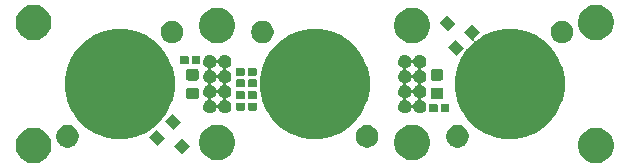
<source format=gbr>
G04 #@! TF.GenerationSoftware,KiCad,Pcbnew,(5.1.4)-1*
G04 #@! TF.CreationDate,2020-08-09T23:36:34-07:00*
G04 #@! TF.ProjectId,SkateLightLEDBoard,536b6174-654c-4696-9768-744c4544426f,rev?*
G04 #@! TF.SameCoordinates,Original*
G04 #@! TF.FileFunction,Soldermask,Top*
G04 #@! TF.FilePolarity,Negative*
%FSLAX46Y46*%
G04 Gerber Fmt 4.6, Leading zero omitted, Abs format (unit mm)*
G04 Created by KiCad (PCBNEW (5.1.4)-1) date 2020-08-09 23:36:34*
%MOMM*%
%LPD*%
G04 APERTURE LIST*
%ADD10C,0.100000*%
G04 APERTURE END LIST*
D10*
G36*
X24107379Y-3724543D02*
G01*
X24253388Y-3753586D01*
X24528464Y-3867526D01*
X24776025Y-4032941D01*
X24986559Y-4243475D01*
X25151974Y-4491036D01*
X25265914Y-4766112D01*
X25265914Y-4766113D01*
X25318251Y-5029225D01*
X25324000Y-5058130D01*
X25324000Y-5355870D01*
X25265914Y-5647888D01*
X25151974Y-5922964D01*
X24986559Y-6170525D01*
X24776025Y-6381059D01*
X24528464Y-6546474D01*
X24253388Y-6660414D01*
X24107379Y-6689457D01*
X23961371Y-6718500D01*
X23663629Y-6718500D01*
X23517621Y-6689457D01*
X23371612Y-6660414D01*
X23096536Y-6546474D01*
X22848975Y-6381059D01*
X22638441Y-6170525D01*
X22473026Y-5922964D01*
X22359086Y-5647888D01*
X22301000Y-5355870D01*
X22301000Y-5058130D01*
X22306750Y-5029225D01*
X22359086Y-4766113D01*
X22359086Y-4766112D01*
X22473026Y-4491036D01*
X22638441Y-4243475D01*
X22848975Y-4032941D01*
X23096536Y-3867526D01*
X23371612Y-3753586D01*
X23517621Y-3724543D01*
X23663629Y-3695500D01*
X23961371Y-3695500D01*
X24107379Y-3724543D01*
X24107379Y-3724543D01*
G37*
G36*
X-23517621Y-3724543D02*
G01*
X-23371612Y-3753586D01*
X-23096536Y-3867526D01*
X-22848975Y-4032941D01*
X-22638441Y-4243475D01*
X-22473026Y-4491036D01*
X-22359086Y-4766112D01*
X-22359086Y-4766113D01*
X-22306749Y-5029225D01*
X-22301000Y-5058130D01*
X-22301000Y-5355870D01*
X-22359086Y-5647888D01*
X-22473026Y-5922964D01*
X-22638441Y-6170525D01*
X-22848975Y-6381059D01*
X-23096536Y-6546474D01*
X-23371612Y-6660414D01*
X-23517621Y-6689457D01*
X-23663629Y-6718500D01*
X-23961371Y-6718500D01*
X-24107379Y-6689457D01*
X-24253388Y-6660414D01*
X-24528464Y-6546474D01*
X-24776025Y-6381059D01*
X-24986559Y-6170525D01*
X-25151974Y-5922964D01*
X-25265914Y-5647888D01*
X-25324000Y-5355870D01*
X-25324000Y-5058130D01*
X-25318250Y-5029225D01*
X-25265914Y-4766113D01*
X-25265914Y-4766112D01*
X-25151974Y-4491036D01*
X-24986559Y-4243475D01*
X-24776025Y-4032941D01*
X-24528464Y-3867526D01*
X-24253388Y-3753586D01*
X-24107379Y-3724543D01*
X-23961371Y-3695500D01*
X-23663629Y-3695500D01*
X-23517621Y-3724543D01*
X-23517621Y-3724543D01*
G37*
G36*
X8549879Y-3470543D02*
G01*
X8695888Y-3499586D01*
X8970964Y-3613526D01*
X9218525Y-3778941D01*
X9429059Y-3989475D01*
X9594474Y-4237036D01*
X9708414Y-4512112D01*
X9766500Y-4804130D01*
X9766500Y-5101870D01*
X9708414Y-5393888D01*
X9594474Y-5668964D01*
X9429059Y-5916525D01*
X9218525Y-6127059D01*
X8970964Y-6292474D01*
X8695888Y-6406414D01*
X8549879Y-6435457D01*
X8403871Y-6464500D01*
X8106129Y-6464500D01*
X7960121Y-6435457D01*
X7814112Y-6406414D01*
X7539036Y-6292474D01*
X7291475Y-6127059D01*
X7080941Y-5916525D01*
X6915526Y-5668964D01*
X6801586Y-5393888D01*
X6743500Y-5101870D01*
X6743500Y-4804130D01*
X6801586Y-4512112D01*
X6915526Y-4237036D01*
X7080941Y-3989475D01*
X7291475Y-3778941D01*
X7539036Y-3613526D01*
X7814112Y-3499586D01*
X7960121Y-3470543D01*
X8106129Y-3441500D01*
X8403871Y-3441500D01*
X8549879Y-3470543D01*
X8549879Y-3470543D01*
G37*
G36*
X-7960121Y-3470543D02*
G01*
X-7814112Y-3499586D01*
X-7539036Y-3613526D01*
X-7291475Y-3778941D01*
X-7080941Y-3989475D01*
X-6915526Y-4237036D01*
X-6801586Y-4512112D01*
X-6743500Y-4804130D01*
X-6743500Y-5101870D01*
X-6801586Y-5393888D01*
X-6915526Y-5668964D01*
X-7080941Y-5916525D01*
X-7291475Y-6127059D01*
X-7539036Y-6292474D01*
X-7814112Y-6406414D01*
X-7960121Y-6435457D01*
X-8106129Y-6464500D01*
X-8403871Y-6464500D01*
X-8549879Y-6435457D01*
X-8695888Y-6406414D01*
X-8970964Y-6292474D01*
X-9218525Y-6127059D01*
X-9429059Y-5916525D01*
X-9594474Y-5668964D01*
X-9708414Y-5393888D01*
X-9766500Y-5101870D01*
X-9766500Y-4804130D01*
X-9708414Y-4512112D01*
X-9594474Y-4237036D01*
X-9429059Y-3989475D01*
X-9218525Y-3778941D01*
X-8970964Y-3613526D01*
X-8695888Y-3499586D01*
X-8549879Y-3470543D01*
X-8403871Y-3441500D01*
X-8106129Y-3441500D01*
X-7960121Y-3470543D01*
X-7960121Y-3470543D01*
G37*
G36*
X-10557727Y-5314462D02*
G01*
X-11195538Y-5952273D01*
X-11904059Y-5243752D01*
X-11266248Y-4605941D01*
X-10557727Y-5314462D01*
X-10557727Y-5314462D01*
G37*
G36*
X-20655605Y-3508546D02*
G01*
X-20482534Y-3580234D01*
X-20482533Y-3580235D01*
X-20326773Y-3684310D01*
X-20194310Y-3816773D01*
X-20194309Y-3816775D01*
X-20090234Y-3972534D01*
X-20018546Y-4145605D01*
X-19982000Y-4329333D01*
X-19982000Y-4516667D01*
X-20018546Y-4700395D01*
X-20090234Y-4873466D01*
X-20090235Y-4873467D01*
X-20194310Y-5029227D01*
X-20326773Y-5161690D01*
X-20398790Y-5209810D01*
X-20482534Y-5265766D01*
X-20655605Y-5337454D01*
X-20839333Y-5374000D01*
X-21026667Y-5374000D01*
X-21210395Y-5337454D01*
X-21383466Y-5265766D01*
X-21467210Y-5209810D01*
X-21539227Y-5161690D01*
X-21671690Y-5029227D01*
X-21775765Y-4873467D01*
X-21775766Y-4873466D01*
X-21847454Y-4700395D01*
X-21884000Y-4516667D01*
X-21884000Y-4329333D01*
X-21847454Y-4145605D01*
X-21775766Y-3972534D01*
X-21671691Y-3816775D01*
X-21671690Y-3816773D01*
X-21539227Y-3684310D01*
X-21383467Y-3580235D01*
X-21383466Y-3580234D01*
X-21210395Y-3508546D01*
X-21026667Y-3472000D01*
X-20839333Y-3472000D01*
X-20655605Y-3508546D01*
X-20655605Y-3508546D01*
G37*
G36*
X4700395Y-3508546D02*
G01*
X4873466Y-3580234D01*
X4873467Y-3580235D01*
X5029227Y-3684310D01*
X5161690Y-3816773D01*
X5161691Y-3816775D01*
X5265766Y-3972534D01*
X5337454Y-4145605D01*
X5374000Y-4329333D01*
X5374000Y-4516667D01*
X5337454Y-4700395D01*
X5265766Y-4873466D01*
X5265765Y-4873467D01*
X5161690Y-5029227D01*
X5029227Y-5161690D01*
X4957210Y-5209810D01*
X4873466Y-5265766D01*
X4700395Y-5337454D01*
X4516667Y-5374000D01*
X4329333Y-5374000D01*
X4145605Y-5337454D01*
X3972534Y-5265766D01*
X3888790Y-5209810D01*
X3816773Y-5161690D01*
X3684310Y-5029227D01*
X3580235Y-4873467D01*
X3580234Y-4873466D01*
X3508546Y-4700395D01*
X3472000Y-4516667D01*
X3472000Y-4329333D01*
X3508546Y-4145605D01*
X3580234Y-3972534D01*
X3684309Y-3816775D01*
X3684310Y-3816773D01*
X3816773Y-3684310D01*
X3972533Y-3580235D01*
X3972534Y-3580234D01*
X4145605Y-3508546D01*
X4329333Y-3472000D01*
X4516667Y-3472000D01*
X4700395Y-3508546D01*
X4700395Y-3508546D01*
G37*
G36*
X12364395Y-3508546D02*
G01*
X12537466Y-3580234D01*
X12537467Y-3580235D01*
X12693227Y-3684310D01*
X12825690Y-3816773D01*
X12825691Y-3816775D01*
X12929766Y-3972534D01*
X13001454Y-4145605D01*
X13038000Y-4329333D01*
X13038000Y-4516667D01*
X13001454Y-4700395D01*
X12929766Y-4873466D01*
X12929765Y-4873467D01*
X12825690Y-5029227D01*
X12693227Y-5161690D01*
X12621210Y-5209810D01*
X12537466Y-5265766D01*
X12364395Y-5337454D01*
X12180667Y-5374000D01*
X11993333Y-5374000D01*
X11809605Y-5337454D01*
X11636534Y-5265766D01*
X11552790Y-5209810D01*
X11480773Y-5161690D01*
X11348310Y-5029227D01*
X11244235Y-4873467D01*
X11244234Y-4873466D01*
X11172546Y-4700395D01*
X11136000Y-4516667D01*
X11136000Y-4329333D01*
X11172546Y-4145605D01*
X11244234Y-3972534D01*
X11348309Y-3816775D01*
X11348310Y-3816773D01*
X11480773Y-3684310D01*
X11636533Y-3580235D01*
X11636534Y-3580234D01*
X11809605Y-3508546D01*
X11993333Y-3472000D01*
X12180667Y-3472000D01*
X12364395Y-3508546D01*
X12364395Y-3508546D01*
G37*
G36*
X-12643692Y-4572000D02*
G01*
X-13281503Y-5209811D01*
X-13990024Y-4501290D01*
X-13352213Y-3863479D01*
X-12643692Y-4572000D01*
X-12643692Y-4572000D01*
G37*
G36*
X-15153354Y4472265D02*
G01*
X-14916822Y4374290D01*
X-14306925Y4121663D01*
X-13729760Y3736013D01*
X-13545161Y3612668D01*
X-12897332Y2964839D01*
X-12844525Y2885808D01*
X-12388337Y2203075D01*
X-12208039Y1767796D01*
X-12037735Y1356646D01*
X-11859000Y458085D01*
X-11859000Y-458085D01*
X-12037735Y-1356646D01*
X-12123599Y-1563940D01*
X-12388337Y-2203075D01*
X-12600084Y-2519976D01*
X-12897332Y-2964839D01*
X-13545161Y-3612668D01*
X-13652381Y-3684310D01*
X-14306925Y-4121663D01*
X-14802751Y-4327041D01*
X-15153354Y-4472265D01*
X-16051915Y-4651000D01*
X-16968085Y-4651000D01*
X-17866646Y-4472265D01*
X-18217249Y-4327041D01*
X-18713075Y-4121663D01*
X-19367619Y-3684310D01*
X-19474839Y-3612668D01*
X-20122668Y-2964839D01*
X-20419916Y-2519976D01*
X-20631663Y-2203075D01*
X-20896401Y-1563940D01*
X-20982265Y-1356646D01*
X-21161000Y-458085D01*
X-21161000Y458085D01*
X-20982265Y1356646D01*
X-20811961Y1767796D01*
X-20631663Y2203075D01*
X-20175475Y2885808D01*
X-20122668Y2964839D01*
X-19474839Y3612668D01*
X-19290240Y3736013D01*
X-18713075Y4121663D01*
X-18103178Y4374290D01*
X-17866646Y4472265D01*
X-16968085Y4651000D01*
X-16051915Y4651000D01*
X-15153354Y4472265D01*
X-15153354Y4472265D01*
G37*
G36*
X13990024Y4374290D02*
G01*
X13487964Y3872230D01*
X13472424Y3853294D01*
X13460873Y3831683D01*
X13453760Y3808234D01*
X13451358Y3783848D01*
X13453760Y3759462D01*
X13460873Y3736013D01*
X13472424Y3714402D01*
X13487969Y3695460D01*
X13506911Y3679915D01*
X13528522Y3668364D01*
X13551971Y3661251D01*
X13576357Y3658849D01*
X13600743Y3661251D01*
X13624192Y3668364D01*
X13645803Y3679915D01*
X13872940Y3831683D01*
X14306925Y4121663D01*
X14916822Y4374290D01*
X15153354Y4472265D01*
X16051915Y4651000D01*
X16968085Y4651000D01*
X17866646Y4472265D01*
X18103178Y4374290D01*
X18713075Y4121663D01*
X19290240Y3736013D01*
X19474839Y3612668D01*
X20122668Y2964839D01*
X20175475Y2885808D01*
X20631663Y2203075D01*
X20811961Y1767796D01*
X20982265Y1356646D01*
X21161000Y458085D01*
X21161000Y-458085D01*
X20982265Y-1356646D01*
X20896401Y-1563940D01*
X20631663Y-2203075D01*
X20419916Y-2519976D01*
X20122668Y-2964839D01*
X19474839Y-3612668D01*
X19367619Y-3684310D01*
X18713075Y-4121663D01*
X18217249Y-4327041D01*
X17866646Y-4472265D01*
X16968085Y-4651000D01*
X16051915Y-4651000D01*
X15153354Y-4472265D01*
X14802751Y-4327041D01*
X14306925Y-4121663D01*
X13652381Y-3684310D01*
X13545161Y-3612668D01*
X12897332Y-2964839D01*
X12600084Y-2519976D01*
X12388337Y-2203075D01*
X12123599Y-1563940D01*
X12037735Y-1356646D01*
X11859000Y-458085D01*
X11859000Y458085D01*
X12037735Y1356646D01*
X12208039Y1767796D01*
X12388337Y2203075D01*
X12830085Y2864197D01*
X12841636Y2885808D01*
X12848749Y2909257D01*
X12851108Y2933205D01*
X12852735Y2933699D01*
X12874346Y2945250D01*
X12893288Y2960795D01*
X13422205Y3489712D01*
X13437750Y3508654D01*
X13449301Y3530265D01*
X13456414Y3553714D01*
X13458816Y3578100D01*
X13456414Y3602486D01*
X13449301Y3625935D01*
X13437750Y3647546D01*
X13422205Y3666488D01*
X13352214Y3736480D01*
X13352213Y3736479D01*
X12643692Y4445000D01*
X13281503Y5082811D01*
X13990024Y4374290D01*
X13990024Y4374290D01*
G37*
G36*
X1356646Y4472265D02*
G01*
X1593178Y4374290D01*
X2203075Y4121663D01*
X2780240Y3736013D01*
X2964839Y3612668D01*
X3612668Y2964839D01*
X3665475Y2885808D01*
X4121663Y2203075D01*
X4301961Y1767796D01*
X4472265Y1356646D01*
X4651000Y458085D01*
X4651000Y-458085D01*
X4472265Y-1356646D01*
X4386401Y-1563940D01*
X4121663Y-2203075D01*
X3909916Y-2519976D01*
X3612668Y-2964839D01*
X2964839Y-3612668D01*
X2857619Y-3684310D01*
X2203075Y-4121663D01*
X1707249Y-4327041D01*
X1356646Y-4472265D01*
X458085Y-4651000D01*
X-458085Y-4651000D01*
X-1356646Y-4472265D01*
X-1707249Y-4327041D01*
X-2203075Y-4121663D01*
X-2857619Y-3684310D01*
X-2964839Y-3612668D01*
X-3612668Y-2964839D01*
X-3909916Y-2519976D01*
X-4121663Y-2203075D01*
X-4386401Y-1563940D01*
X-4472265Y-1356646D01*
X-4651000Y-458085D01*
X-4651000Y458085D01*
X-4472265Y1356646D01*
X-4301961Y1767796D01*
X-4121663Y2203075D01*
X-3665475Y2885808D01*
X-3612668Y2964839D01*
X-2964839Y3612668D01*
X-2780240Y3736013D01*
X-2203075Y4121663D01*
X-1593178Y4374290D01*
X-1356646Y4472265D01*
X-458085Y4651000D01*
X458085Y4651000D01*
X1356646Y4472265D01*
X1356646Y4472265D01*
G37*
G36*
X-11300189Y-3228497D02*
G01*
X-11938000Y-3866308D01*
X-12646521Y-3157787D01*
X-12008710Y-2519976D01*
X-11300189Y-3228497D01*
X-11300189Y-3228497D01*
G37*
G36*
X-8726949Y2442520D02*
G01*
X-8676080Y2421449D01*
X-8625214Y2400380D01*
X-8533658Y2339204D01*
X-8455796Y2261342D01*
X-8394620Y2169786D01*
X-8370484Y2111515D01*
X-8358932Y2089905D01*
X-8343387Y2070963D01*
X-8324445Y2055418D01*
X-8302834Y2043867D01*
X-8279385Y2036754D01*
X-8254999Y2034352D01*
X-8230613Y2036754D01*
X-8207164Y2043867D01*
X-8185554Y2055419D01*
X-8166612Y2070964D01*
X-8151067Y2089906D01*
X-8139516Y2111515D01*
X-8115380Y2169786D01*
X-8054204Y2261342D01*
X-7976342Y2339204D01*
X-7884786Y2400380D01*
X-7833920Y2421449D01*
X-7783051Y2442520D01*
X-7675059Y2464000D01*
X-7564941Y2464000D01*
X-7456949Y2442520D01*
X-7406080Y2421449D01*
X-7355214Y2400380D01*
X-7263658Y2339204D01*
X-7185796Y2261342D01*
X-7124620Y2169786D01*
X-7103551Y2118920D01*
X-7082480Y2068051D01*
X-7061000Y1960059D01*
X-7061000Y1849941D01*
X-7082480Y1741949D01*
X-7091533Y1720094D01*
X-7124620Y1640214D01*
X-7185796Y1548658D01*
X-7263658Y1470796D01*
X-7355214Y1409620D01*
X-7413485Y1385484D01*
X-7435095Y1373932D01*
X-7454037Y1358387D01*
X-7469582Y1339445D01*
X-7481133Y1317834D01*
X-7488246Y1294385D01*
X-7490648Y1269999D01*
X-7488246Y1245613D01*
X-7481133Y1222164D01*
X-7469581Y1200554D01*
X-7454036Y1181612D01*
X-7435094Y1166067D01*
X-7413487Y1154517D01*
X-7355214Y1130380D01*
X-7263658Y1069204D01*
X-7185796Y991342D01*
X-7124620Y899786D01*
X-7106301Y855560D01*
X-7082480Y798051D01*
X-7061000Y690059D01*
X-7061000Y579941D01*
X-7082480Y471949D01*
X-7100484Y428485D01*
X-7124620Y370214D01*
X-7185796Y278658D01*
X-7263658Y200796D01*
X-7355214Y139620D01*
X-7413485Y115484D01*
X-7435095Y103932D01*
X-7454037Y88387D01*
X-7469582Y69445D01*
X-7481133Y47834D01*
X-7488246Y24385D01*
X-7490648Y-1D01*
X-7488246Y-24387D01*
X-7481133Y-47836D01*
X-7469581Y-69446D01*
X-7454036Y-88388D01*
X-7435094Y-103933D01*
X-7413487Y-115483D01*
X-7355214Y-139620D01*
X-7263658Y-200796D01*
X-7185796Y-278658D01*
X-7124620Y-370214D01*
X-7107548Y-411431D01*
X-7082480Y-471949D01*
X-7061000Y-579941D01*
X-7061000Y-690059D01*
X-7082480Y-798051D01*
X-7091533Y-819906D01*
X-7124620Y-899786D01*
X-7185796Y-991342D01*
X-7263658Y-1069204D01*
X-7355214Y-1130380D01*
X-7413485Y-1154516D01*
X-7435095Y-1166068D01*
X-7454037Y-1181613D01*
X-7469582Y-1200555D01*
X-7481133Y-1222166D01*
X-7488246Y-1245615D01*
X-7490648Y-1270001D01*
X-7488246Y-1294387D01*
X-7481133Y-1317836D01*
X-7469581Y-1339446D01*
X-7454036Y-1358388D01*
X-7435094Y-1373933D01*
X-7413487Y-1385483D01*
X-7355214Y-1409620D01*
X-7263658Y-1470796D01*
X-7185796Y-1548658D01*
X-7124620Y-1640214D01*
X-7111978Y-1670736D01*
X-7082480Y-1741949D01*
X-7061000Y-1849941D01*
X-7061000Y-1960059D01*
X-7082480Y-2068051D01*
X-7091533Y-2089906D01*
X-7124620Y-2169786D01*
X-7185796Y-2261342D01*
X-7263658Y-2339204D01*
X-7355214Y-2400380D01*
X-7406080Y-2421449D01*
X-7456949Y-2442520D01*
X-7564941Y-2464000D01*
X-7675059Y-2464000D01*
X-7783051Y-2442520D01*
X-7833920Y-2421449D01*
X-7884786Y-2400380D01*
X-7976342Y-2339204D01*
X-8054204Y-2261342D01*
X-8115380Y-2169786D01*
X-8139517Y-2111513D01*
X-8151068Y-2089905D01*
X-8166613Y-2070963D01*
X-8185555Y-2055418D01*
X-8207166Y-2043867D01*
X-8230615Y-2036754D01*
X-8255001Y-2034352D01*
X-8279387Y-2036754D01*
X-8302836Y-2043867D01*
X-8324446Y-2055419D01*
X-8343388Y-2070964D01*
X-8358933Y-2089906D01*
X-8370483Y-2111513D01*
X-8394620Y-2169786D01*
X-8455796Y-2261342D01*
X-8533658Y-2339204D01*
X-8625214Y-2400380D01*
X-8676080Y-2421449D01*
X-8726949Y-2442520D01*
X-8834941Y-2464000D01*
X-8945059Y-2464000D01*
X-9053051Y-2442520D01*
X-9103920Y-2421449D01*
X-9154786Y-2400380D01*
X-9246342Y-2339204D01*
X-9324204Y-2261342D01*
X-9385380Y-2169786D01*
X-9418467Y-2089906D01*
X-9427520Y-2068051D01*
X-9449000Y-1960059D01*
X-9449000Y-1849941D01*
X-9427520Y-1741949D01*
X-9398022Y-1670736D01*
X-9385380Y-1640214D01*
X-9324204Y-1548658D01*
X-9246342Y-1470796D01*
X-9154786Y-1409620D01*
X-9096513Y-1385483D01*
X-9074905Y-1373932D01*
X-9055963Y-1358387D01*
X-9040418Y-1339445D01*
X-9028867Y-1317834D01*
X-9021754Y-1294385D01*
X-9019353Y-1270001D01*
X-8760648Y-1270001D01*
X-8758246Y-1294387D01*
X-8751133Y-1317836D01*
X-8739581Y-1339446D01*
X-8724036Y-1358388D01*
X-8705094Y-1373933D01*
X-8683487Y-1385483D01*
X-8625214Y-1409620D01*
X-8533658Y-1470796D01*
X-8455796Y-1548658D01*
X-8394620Y-1640214D01*
X-8373934Y-1690156D01*
X-8370484Y-1698485D01*
X-8358932Y-1720095D01*
X-8343387Y-1739037D01*
X-8324445Y-1754582D01*
X-8302834Y-1766133D01*
X-8279385Y-1773246D01*
X-8254999Y-1775648D01*
X-8230613Y-1773246D01*
X-8207164Y-1766133D01*
X-8185554Y-1754581D01*
X-8166612Y-1739036D01*
X-8151067Y-1720094D01*
X-8139516Y-1698485D01*
X-8136066Y-1690156D01*
X-8115380Y-1640214D01*
X-8054204Y-1548658D01*
X-7976342Y-1470796D01*
X-7884786Y-1409620D01*
X-7826513Y-1385483D01*
X-7804905Y-1373932D01*
X-7785963Y-1358387D01*
X-7770418Y-1339445D01*
X-7758867Y-1317834D01*
X-7751754Y-1294385D01*
X-7749352Y-1269999D01*
X-7751754Y-1245613D01*
X-7758867Y-1222164D01*
X-7770419Y-1200554D01*
X-7785964Y-1181612D01*
X-7804906Y-1166067D01*
X-7826515Y-1154516D01*
X-7884786Y-1130380D01*
X-7976342Y-1069204D01*
X-8054204Y-991342D01*
X-8115380Y-899786D01*
X-8139517Y-841513D01*
X-8151068Y-819905D01*
X-8166613Y-800963D01*
X-8185555Y-785418D01*
X-8207166Y-773867D01*
X-8230615Y-766754D01*
X-8255001Y-764352D01*
X-8279387Y-766754D01*
X-8302836Y-773867D01*
X-8324446Y-785419D01*
X-8343388Y-800964D01*
X-8358933Y-819906D01*
X-8370483Y-841513D01*
X-8394620Y-899786D01*
X-8455796Y-991342D01*
X-8533658Y-1069204D01*
X-8625214Y-1130380D01*
X-8683485Y-1154516D01*
X-8705095Y-1166068D01*
X-8724037Y-1181613D01*
X-8739582Y-1200555D01*
X-8751133Y-1222166D01*
X-8758246Y-1245615D01*
X-8760648Y-1270001D01*
X-9019353Y-1270001D01*
X-9019352Y-1269999D01*
X-9021754Y-1245613D01*
X-9028867Y-1222164D01*
X-9040419Y-1200554D01*
X-9055964Y-1181612D01*
X-9074906Y-1166067D01*
X-9096515Y-1154516D01*
X-9154786Y-1130380D01*
X-9246342Y-1069204D01*
X-9324204Y-991342D01*
X-9385380Y-899786D01*
X-9418467Y-819906D01*
X-9427520Y-798051D01*
X-9449000Y-690059D01*
X-9449000Y-579941D01*
X-9427520Y-471949D01*
X-9402452Y-411431D01*
X-9385380Y-370214D01*
X-9324204Y-278658D01*
X-9246342Y-200796D01*
X-9154786Y-139620D01*
X-9096513Y-115483D01*
X-9074905Y-103932D01*
X-9055963Y-88387D01*
X-9040418Y-69445D01*
X-9028867Y-47834D01*
X-9021754Y-24385D01*
X-9019353Y-1D01*
X-8760648Y-1D01*
X-8758246Y-24387D01*
X-8751133Y-47836D01*
X-8739581Y-69446D01*
X-8724036Y-88388D01*
X-8705094Y-103933D01*
X-8683487Y-115483D01*
X-8625214Y-139620D01*
X-8533658Y-200796D01*
X-8455796Y-278658D01*
X-8394620Y-370214D01*
X-8377548Y-411431D01*
X-8370484Y-428485D01*
X-8358932Y-450095D01*
X-8343387Y-469037D01*
X-8324445Y-484582D01*
X-8302834Y-496133D01*
X-8279385Y-503246D01*
X-8254999Y-505648D01*
X-8230613Y-503246D01*
X-8207164Y-496133D01*
X-8185554Y-484581D01*
X-8166612Y-469036D01*
X-8151067Y-450094D01*
X-8139516Y-428485D01*
X-8132452Y-411431D01*
X-8115380Y-370214D01*
X-8054204Y-278658D01*
X-7976342Y-200796D01*
X-7884786Y-139620D01*
X-7826513Y-115483D01*
X-7804905Y-103932D01*
X-7785963Y-88387D01*
X-7770418Y-69445D01*
X-7758867Y-47834D01*
X-7751754Y-24385D01*
X-7749352Y1D01*
X-7751754Y24387D01*
X-7758867Y47836D01*
X-7770419Y69446D01*
X-7785964Y88388D01*
X-7804906Y103933D01*
X-7826515Y115484D01*
X-7884786Y139620D01*
X-7976342Y200796D01*
X-8054204Y278658D01*
X-8115380Y370214D01*
X-8139517Y428487D01*
X-8151068Y450095D01*
X-8166613Y469037D01*
X-8185555Y484582D01*
X-8207166Y496133D01*
X-8230615Y503246D01*
X-8255001Y505648D01*
X-8279387Y503246D01*
X-8302836Y496133D01*
X-8324446Y484581D01*
X-8343388Y469036D01*
X-8358933Y450094D01*
X-8370483Y428487D01*
X-8394620Y370214D01*
X-8455796Y278658D01*
X-8533658Y200796D01*
X-8625214Y139620D01*
X-8683485Y115484D01*
X-8705095Y103932D01*
X-8724037Y88387D01*
X-8739582Y69445D01*
X-8751133Y47834D01*
X-8758246Y24385D01*
X-8760648Y-1D01*
X-9019353Y-1D01*
X-9019352Y1D01*
X-9021754Y24387D01*
X-9028867Y47836D01*
X-9040419Y69446D01*
X-9055964Y88388D01*
X-9074906Y103933D01*
X-9096515Y115484D01*
X-9154786Y139620D01*
X-9246342Y200796D01*
X-9324204Y278658D01*
X-9385380Y370214D01*
X-9409516Y428485D01*
X-9427520Y471949D01*
X-9449000Y579941D01*
X-9449000Y690059D01*
X-9427520Y798051D01*
X-9403699Y855560D01*
X-9385380Y899786D01*
X-9324204Y991342D01*
X-9246342Y1069204D01*
X-9154786Y1130380D01*
X-9096513Y1154517D01*
X-9074905Y1166068D01*
X-9055963Y1181613D01*
X-9040418Y1200555D01*
X-9028867Y1222166D01*
X-9021754Y1245615D01*
X-9019353Y1269999D01*
X-8760648Y1269999D01*
X-8758246Y1245613D01*
X-8751133Y1222164D01*
X-8739581Y1200554D01*
X-8724036Y1181612D01*
X-8705094Y1166067D01*
X-8683487Y1154517D01*
X-8625214Y1130380D01*
X-8533658Y1069204D01*
X-8455796Y991342D01*
X-8394620Y899786D01*
X-8370484Y841515D01*
X-8358932Y819905D01*
X-8343387Y800963D01*
X-8324445Y785418D01*
X-8302834Y773867D01*
X-8279385Y766754D01*
X-8254999Y764352D01*
X-8230613Y766754D01*
X-8207164Y773867D01*
X-8185554Y785419D01*
X-8166612Y800964D01*
X-8151067Y819906D01*
X-8139516Y841515D01*
X-8115380Y899786D01*
X-8054204Y991342D01*
X-7976342Y1069204D01*
X-7884786Y1130380D01*
X-7826513Y1154517D01*
X-7804905Y1166068D01*
X-7785963Y1181613D01*
X-7770418Y1200555D01*
X-7758867Y1222166D01*
X-7751754Y1245615D01*
X-7749352Y1270001D01*
X-7751754Y1294387D01*
X-7758867Y1317836D01*
X-7770419Y1339446D01*
X-7785964Y1358388D01*
X-7804906Y1373933D01*
X-7826515Y1385484D01*
X-7884786Y1409620D01*
X-7976342Y1470796D01*
X-8054204Y1548658D01*
X-8115380Y1640214D01*
X-8139517Y1698487D01*
X-8151068Y1720095D01*
X-8166613Y1739037D01*
X-8185555Y1754582D01*
X-8207166Y1766133D01*
X-8230615Y1773246D01*
X-8255001Y1775648D01*
X-8279387Y1773246D01*
X-8302836Y1766133D01*
X-8324446Y1754581D01*
X-8343388Y1739036D01*
X-8358933Y1720094D01*
X-8370483Y1698487D01*
X-8394620Y1640214D01*
X-8455796Y1548658D01*
X-8533658Y1470796D01*
X-8625214Y1409620D01*
X-8683485Y1385484D01*
X-8705095Y1373932D01*
X-8724037Y1358387D01*
X-8739582Y1339445D01*
X-8751133Y1317834D01*
X-8758246Y1294385D01*
X-8760648Y1269999D01*
X-9019353Y1269999D01*
X-9019352Y1270001D01*
X-9021754Y1294387D01*
X-9028867Y1317836D01*
X-9040419Y1339446D01*
X-9055964Y1358388D01*
X-9074906Y1373933D01*
X-9096515Y1385484D01*
X-9154786Y1409620D01*
X-9246342Y1470796D01*
X-9324204Y1548658D01*
X-9385380Y1640214D01*
X-9418467Y1720094D01*
X-9427520Y1741949D01*
X-9449000Y1849941D01*
X-9449000Y1960059D01*
X-9427520Y2068051D01*
X-9406449Y2118920D01*
X-9385380Y2169786D01*
X-9324204Y2261342D01*
X-9246342Y2339204D01*
X-9154786Y2400380D01*
X-9103920Y2421449D01*
X-9053051Y2442520D01*
X-8945059Y2464000D01*
X-8834941Y2464000D01*
X-8726949Y2442520D01*
X-8726949Y2442520D01*
G37*
G36*
X7783051Y2442520D02*
G01*
X7833920Y2421449D01*
X7884786Y2400380D01*
X7976342Y2339204D01*
X8054204Y2261342D01*
X8115380Y2169786D01*
X8139516Y2111515D01*
X8151068Y2089905D01*
X8166613Y2070963D01*
X8185555Y2055418D01*
X8207166Y2043867D01*
X8230615Y2036754D01*
X8255001Y2034352D01*
X8279387Y2036754D01*
X8302836Y2043867D01*
X8324446Y2055419D01*
X8343388Y2070964D01*
X8358933Y2089906D01*
X8370484Y2111515D01*
X8394620Y2169786D01*
X8455796Y2261342D01*
X8533658Y2339204D01*
X8625214Y2400380D01*
X8676080Y2421449D01*
X8726949Y2442520D01*
X8834941Y2464000D01*
X8945059Y2464000D01*
X9053051Y2442520D01*
X9103920Y2421449D01*
X9154786Y2400380D01*
X9246342Y2339204D01*
X9324204Y2261342D01*
X9385380Y2169786D01*
X9406449Y2118920D01*
X9427520Y2068051D01*
X9449000Y1960059D01*
X9449000Y1849941D01*
X9427520Y1741949D01*
X9418467Y1720094D01*
X9385380Y1640214D01*
X9324204Y1548658D01*
X9246342Y1470796D01*
X9154786Y1409620D01*
X9096515Y1385484D01*
X9074905Y1373932D01*
X9055963Y1358387D01*
X9040418Y1339445D01*
X9028867Y1317834D01*
X9021754Y1294385D01*
X9019352Y1269999D01*
X9021754Y1245613D01*
X9028867Y1222164D01*
X9040419Y1200554D01*
X9055964Y1181612D01*
X9074906Y1166067D01*
X9096513Y1154517D01*
X9154786Y1130380D01*
X9246342Y1069204D01*
X9324204Y991342D01*
X9385380Y899786D01*
X9403699Y855560D01*
X9427520Y798051D01*
X9449000Y690059D01*
X9449000Y579941D01*
X9427520Y471949D01*
X9409516Y428485D01*
X9385380Y370214D01*
X9324204Y278658D01*
X9246342Y200796D01*
X9154786Y139620D01*
X9096515Y115484D01*
X9074905Y103932D01*
X9055963Y88387D01*
X9040418Y69445D01*
X9028867Y47834D01*
X9021754Y24385D01*
X9019352Y-1D01*
X9021754Y-24387D01*
X9028867Y-47836D01*
X9040419Y-69446D01*
X9055964Y-88388D01*
X9074906Y-103933D01*
X9096513Y-115483D01*
X9154786Y-139620D01*
X9246342Y-200796D01*
X9324204Y-278658D01*
X9385380Y-370214D01*
X9402452Y-411431D01*
X9427520Y-471949D01*
X9449000Y-579941D01*
X9449000Y-690059D01*
X9427520Y-798051D01*
X9418467Y-819906D01*
X9385380Y-899786D01*
X9324204Y-991342D01*
X9246342Y-1069204D01*
X9154786Y-1130380D01*
X9096515Y-1154516D01*
X9074905Y-1166068D01*
X9055963Y-1181613D01*
X9040418Y-1200555D01*
X9028867Y-1222166D01*
X9021754Y-1245615D01*
X9019352Y-1270001D01*
X9021754Y-1294387D01*
X9028867Y-1317836D01*
X9040419Y-1339446D01*
X9055964Y-1358388D01*
X9074906Y-1373933D01*
X9096513Y-1385483D01*
X9154786Y-1409620D01*
X9246342Y-1470796D01*
X9324204Y-1548658D01*
X9385380Y-1640214D01*
X9398022Y-1670736D01*
X9427520Y-1741949D01*
X9449000Y-1849941D01*
X9449000Y-1960059D01*
X9427520Y-2068051D01*
X9418467Y-2089906D01*
X9385380Y-2169786D01*
X9324204Y-2261342D01*
X9246342Y-2339204D01*
X9154786Y-2400380D01*
X9103920Y-2421449D01*
X9053051Y-2442520D01*
X8945059Y-2464000D01*
X8834941Y-2464000D01*
X8726949Y-2442520D01*
X8676080Y-2421449D01*
X8625214Y-2400380D01*
X8533658Y-2339204D01*
X8455796Y-2261342D01*
X8394620Y-2169786D01*
X8370483Y-2111513D01*
X8358932Y-2089905D01*
X8343387Y-2070963D01*
X8324445Y-2055418D01*
X8302834Y-2043867D01*
X8279385Y-2036754D01*
X8254999Y-2034352D01*
X8230613Y-2036754D01*
X8207164Y-2043867D01*
X8185554Y-2055419D01*
X8166612Y-2070964D01*
X8151067Y-2089906D01*
X8139517Y-2111513D01*
X8115380Y-2169786D01*
X8054204Y-2261342D01*
X7976342Y-2339204D01*
X7884786Y-2400380D01*
X7833920Y-2421449D01*
X7783051Y-2442520D01*
X7675059Y-2464000D01*
X7564941Y-2464000D01*
X7456949Y-2442520D01*
X7406080Y-2421449D01*
X7355214Y-2400380D01*
X7263658Y-2339204D01*
X7185796Y-2261342D01*
X7124620Y-2169786D01*
X7091533Y-2089906D01*
X7082480Y-2068051D01*
X7061000Y-1960059D01*
X7061000Y-1849941D01*
X7082480Y-1741949D01*
X7111978Y-1670736D01*
X7124620Y-1640214D01*
X7185796Y-1548658D01*
X7263658Y-1470796D01*
X7355214Y-1409620D01*
X7413487Y-1385483D01*
X7435095Y-1373932D01*
X7454037Y-1358387D01*
X7469582Y-1339445D01*
X7481133Y-1317834D01*
X7488246Y-1294385D01*
X7490647Y-1270001D01*
X7749352Y-1270001D01*
X7751754Y-1294387D01*
X7758867Y-1317836D01*
X7770419Y-1339446D01*
X7785964Y-1358388D01*
X7804906Y-1373933D01*
X7826513Y-1385483D01*
X7884786Y-1409620D01*
X7976342Y-1470796D01*
X8054204Y-1548658D01*
X8115380Y-1640214D01*
X8136066Y-1690156D01*
X8139516Y-1698485D01*
X8151068Y-1720095D01*
X8166613Y-1739037D01*
X8185555Y-1754582D01*
X8207166Y-1766133D01*
X8230615Y-1773246D01*
X8255001Y-1775648D01*
X8279387Y-1773246D01*
X8302836Y-1766133D01*
X8324446Y-1754581D01*
X8343388Y-1739036D01*
X8358933Y-1720094D01*
X8370484Y-1698485D01*
X8373934Y-1690156D01*
X8394620Y-1640214D01*
X8455796Y-1548658D01*
X8533658Y-1470796D01*
X8625214Y-1409620D01*
X8683487Y-1385483D01*
X8705095Y-1373932D01*
X8724037Y-1358387D01*
X8739582Y-1339445D01*
X8751133Y-1317834D01*
X8758246Y-1294385D01*
X8760648Y-1269999D01*
X8758246Y-1245613D01*
X8751133Y-1222164D01*
X8739581Y-1200554D01*
X8724036Y-1181612D01*
X8705094Y-1166067D01*
X8683485Y-1154516D01*
X8625214Y-1130380D01*
X8533658Y-1069204D01*
X8455796Y-991342D01*
X8394620Y-899786D01*
X8370483Y-841513D01*
X8358932Y-819905D01*
X8343387Y-800963D01*
X8324445Y-785418D01*
X8302834Y-773867D01*
X8279385Y-766754D01*
X8254999Y-764352D01*
X8230613Y-766754D01*
X8207164Y-773867D01*
X8185554Y-785419D01*
X8166612Y-800964D01*
X8151067Y-819906D01*
X8139517Y-841513D01*
X8115380Y-899786D01*
X8054204Y-991342D01*
X7976342Y-1069204D01*
X7884786Y-1130380D01*
X7826515Y-1154516D01*
X7804905Y-1166068D01*
X7785963Y-1181613D01*
X7770418Y-1200555D01*
X7758867Y-1222166D01*
X7751754Y-1245615D01*
X7749352Y-1270001D01*
X7490647Y-1270001D01*
X7490648Y-1269999D01*
X7488246Y-1245613D01*
X7481133Y-1222164D01*
X7469581Y-1200554D01*
X7454036Y-1181612D01*
X7435094Y-1166067D01*
X7413485Y-1154516D01*
X7355214Y-1130380D01*
X7263658Y-1069204D01*
X7185796Y-991342D01*
X7124620Y-899786D01*
X7091533Y-819906D01*
X7082480Y-798051D01*
X7061000Y-690059D01*
X7061000Y-579941D01*
X7082480Y-471949D01*
X7107548Y-411431D01*
X7124620Y-370214D01*
X7185796Y-278658D01*
X7263658Y-200796D01*
X7355214Y-139620D01*
X7413487Y-115483D01*
X7435095Y-103932D01*
X7454037Y-88387D01*
X7469582Y-69445D01*
X7481133Y-47834D01*
X7488246Y-24385D01*
X7490647Y-1D01*
X7749352Y-1D01*
X7751754Y-24387D01*
X7758867Y-47836D01*
X7770419Y-69446D01*
X7785964Y-88388D01*
X7804906Y-103933D01*
X7826513Y-115483D01*
X7884786Y-139620D01*
X7976342Y-200796D01*
X8054204Y-278658D01*
X8115380Y-370214D01*
X8132452Y-411431D01*
X8139516Y-428485D01*
X8151068Y-450095D01*
X8166613Y-469037D01*
X8185555Y-484582D01*
X8207166Y-496133D01*
X8230615Y-503246D01*
X8255001Y-505648D01*
X8279387Y-503246D01*
X8302836Y-496133D01*
X8324446Y-484581D01*
X8343388Y-469036D01*
X8358933Y-450094D01*
X8370484Y-428485D01*
X8377548Y-411431D01*
X8394620Y-370214D01*
X8455796Y-278658D01*
X8533658Y-200796D01*
X8625214Y-139620D01*
X8683487Y-115483D01*
X8705095Y-103932D01*
X8724037Y-88387D01*
X8739582Y-69445D01*
X8751133Y-47834D01*
X8758246Y-24385D01*
X8760648Y1D01*
X8758246Y24387D01*
X8751133Y47836D01*
X8739581Y69446D01*
X8724036Y88388D01*
X8705094Y103933D01*
X8683485Y115484D01*
X8625214Y139620D01*
X8533658Y200796D01*
X8455796Y278658D01*
X8394620Y370214D01*
X8370483Y428487D01*
X8358932Y450095D01*
X8343387Y469037D01*
X8324445Y484582D01*
X8302834Y496133D01*
X8279385Y503246D01*
X8254999Y505648D01*
X8230613Y503246D01*
X8207164Y496133D01*
X8185554Y484581D01*
X8166612Y469036D01*
X8151067Y450094D01*
X8139517Y428487D01*
X8115380Y370214D01*
X8054204Y278658D01*
X7976342Y200796D01*
X7884786Y139620D01*
X7826515Y115484D01*
X7804905Y103932D01*
X7785963Y88387D01*
X7770418Y69445D01*
X7758867Y47834D01*
X7751754Y24385D01*
X7749352Y-1D01*
X7490647Y-1D01*
X7490648Y1D01*
X7488246Y24387D01*
X7481133Y47836D01*
X7469581Y69446D01*
X7454036Y88388D01*
X7435094Y103933D01*
X7413485Y115484D01*
X7355214Y139620D01*
X7263658Y200796D01*
X7185796Y278658D01*
X7124620Y370214D01*
X7100484Y428485D01*
X7082480Y471949D01*
X7061000Y579941D01*
X7061000Y690059D01*
X7082480Y798051D01*
X7106301Y855560D01*
X7124620Y899786D01*
X7185796Y991342D01*
X7263658Y1069204D01*
X7355214Y1130380D01*
X7413487Y1154517D01*
X7435095Y1166068D01*
X7454037Y1181613D01*
X7469582Y1200555D01*
X7481133Y1222166D01*
X7488246Y1245615D01*
X7490647Y1269999D01*
X7749352Y1269999D01*
X7751754Y1245613D01*
X7758867Y1222164D01*
X7770419Y1200554D01*
X7785964Y1181612D01*
X7804906Y1166067D01*
X7826513Y1154517D01*
X7884786Y1130380D01*
X7976342Y1069204D01*
X8054204Y991342D01*
X8115380Y899786D01*
X8139516Y841515D01*
X8151068Y819905D01*
X8166613Y800963D01*
X8185555Y785418D01*
X8207166Y773867D01*
X8230615Y766754D01*
X8255001Y764352D01*
X8279387Y766754D01*
X8302836Y773867D01*
X8324446Y785419D01*
X8343388Y800964D01*
X8358933Y819906D01*
X8370484Y841515D01*
X8394620Y899786D01*
X8455796Y991342D01*
X8533658Y1069204D01*
X8625214Y1130380D01*
X8683487Y1154517D01*
X8705095Y1166068D01*
X8724037Y1181613D01*
X8739582Y1200555D01*
X8751133Y1222166D01*
X8758246Y1245615D01*
X8760648Y1270001D01*
X8758246Y1294387D01*
X8751133Y1317836D01*
X8739581Y1339446D01*
X8724036Y1358388D01*
X8705094Y1373933D01*
X8683485Y1385484D01*
X8625214Y1409620D01*
X8533658Y1470796D01*
X8455796Y1548658D01*
X8394620Y1640214D01*
X8370483Y1698487D01*
X8358932Y1720095D01*
X8343387Y1739037D01*
X8324445Y1754582D01*
X8302834Y1766133D01*
X8279385Y1773246D01*
X8254999Y1775648D01*
X8230613Y1773246D01*
X8207164Y1766133D01*
X8185554Y1754581D01*
X8166612Y1739036D01*
X8151067Y1720094D01*
X8139517Y1698487D01*
X8115380Y1640214D01*
X8054204Y1548658D01*
X7976342Y1470796D01*
X7884786Y1409620D01*
X7826515Y1385484D01*
X7804905Y1373932D01*
X7785963Y1358387D01*
X7770418Y1339445D01*
X7758867Y1317834D01*
X7751754Y1294385D01*
X7749352Y1269999D01*
X7490647Y1269999D01*
X7490648Y1270001D01*
X7488246Y1294387D01*
X7481133Y1317836D01*
X7469581Y1339446D01*
X7454036Y1358388D01*
X7435094Y1373933D01*
X7413485Y1385484D01*
X7355214Y1409620D01*
X7263658Y1470796D01*
X7185796Y1548658D01*
X7124620Y1640214D01*
X7091533Y1720094D01*
X7082480Y1741949D01*
X7061000Y1849941D01*
X7061000Y1960059D01*
X7082480Y2068051D01*
X7103551Y2118920D01*
X7124620Y2169786D01*
X7185796Y2261342D01*
X7263658Y2339204D01*
X7355214Y2400380D01*
X7406080Y2421449D01*
X7456949Y2442520D01*
X7564941Y2464000D01*
X7675059Y2464000D01*
X7783051Y2442520D01*
X7783051Y2442520D01*
G37*
G36*
X11282938Y-1663716D02*
G01*
X11303557Y-1669971D01*
X11322553Y-1680124D01*
X11339208Y-1693792D01*
X11352876Y-1710447D01*
X11363029Y-1729443D01*
X11369284Y-1750062D01*
X11372000Y-1777640D01*
X11372000Y-2286360D01*
X11369284Y-2313938D01*
X11363029Y-2334557D01*
X11352876Y-2353553D01*
X11339208Y-2370208D01*
X11322553Y-2383876D01*
X11303557Y-2394029D01*
X11282938Y-2400284D01*
X11255360Y-2403000D01*
X10796640Y-2403000D01*
X10769062Y-2400284D01*
X10748443Y-2394029D01*
X10729447Y-2383876D01*
X10712792Y-2370208D01*
X10699124Y-2353553D01*
X10688971Y-2334557D01*
X10682716Y-2313938D01*
X10680000Y-2286360D01*
X10680000Y-1777640D01*
X10682716Y-1750062D01*
X10688971Y-1729443D01*
X10699124Y-1710447D01*
X10712792Y-1693792D01*
X10729447Y-1680124D01*
X10748443Y-1669971D01*
X10769062Y-1663716D01*
X10796640Y-1661000D01*
X11255360Y-1661000D01*
X11282938Y-1663716D01*
X11282938Y-1663716D01*
G37*
G36*
X10312938Y-1663716D02*
G01*
X10333557Y-1669971D01*
X10352553Y-1680124D01*
X10369208Y-1693792D01*
X10382876Y-1710447D01*
X10393029Y-1729443D01*
X10399284Y-1750062D01*
X10402000Y-1777640D01*
X10402000Y-2286360D01*
X10399284Y-2313938D01*
X10393029Y-2334557D01*
X10382876Y-2353553D01*
X10369208Y-2370208D01*
X10352553Y-2383876D01*
X10333557Y-2394029D01*
X10312938Y-2400284D01*
X10285360Y-2403000D01*
X9826640Y-2403000D01*
X9799062Y-2400284D01*
X9778443Y-2394029D01*
X9759447Y-2383876D01*
X9742792Y-2370208D01*
X9729124Y-2353553D01*
X9718971Y-2334557D01*
X9712716Y-2313938D01*
X9710000Y-2286360D01*
X9710000Y-1777640D01*
X9712716Y-1750062D01*
X9718971Y-1729443D01*
X9729124Y-1710447D01*
X9742792Y-1693792D01*
X9759447Y-1680124D01*
X9778443Y-1669971D01*
X9799062Y-1663716D01*
X9826640Y-1661000D01*
X10285360Y-1661000D01*
X10312938Y-1663716D01*
X10312938Y-1663716D01*
G37*
G36*
X-4998722Y-1566656D02*
G01*
X-4978103Y-1572911D01*
X-4959107Y-1583064D01*
X-4942452Y-1596732D01*
X-4928784Y-1613387D01*
X-4918631Y-1632383D01*
X-4912376Y-1653002D01*
X-4909660Y-1680580D01*
X-4909660Y-2139300D01*
X-4912376Y-2166878D01*
X-4918631Y-2187497D01*
X-4928784Y-2206493D01*
X-4942452Y-2223148D01*
X-4959107Y-2236816D01*
X-4978103Y-2246969D01*
X-4998722Y-2253224D01*
X-5026300Y-2255940D01*
X-5535020Y-2255940D01*
X-5562598Y-2253224D01*
X-5583217Y-2246969D01*
X-5602213Y-2236816D01*
X-5618868Y-2223148D01*
X-5632536Y-2206493D01*
X-5642689Y-2187497D01*
X-5648944Y-2166878D01*
X-5651660Y-2139300D01*
X-5651660Y-1680580D01*
X-5648944Y-1653002D01*
X-5642689Y-1632383D01*
X-5632536Y-1613387D01*
X-5618868Y-1596732D01*
X-5602213Y-1583064D01*
X-5583217Y-1572911D01*
X-5562598Y-1566656D01*
X-5535020Y-1563940D01*
X-5026300Y-1563940D01*
X-4998722Y-1566656D01*
X-4998722Y-1566656D01*
G37*
G36*
X-6014722Y-1566656D02*
G01*
X-5994103Y-1572911D01*
X-5975107Y-1583064D01*
X-5958452Y-1596732D01*
X-5944784Y-1613387D01*
X-5934631Y-1632383D01*
X-5928376Y-1653002D01*
X-5925660Y-1680580D01*
X-5925660Y-2139300D01*
X-5928376Y-2166878D01*
X-5934631Y-2187497D01*
X-5944784Y-2206493D01*
X-5958452Y-2223148D01*
X-5975107Y-2236816D01*
X-5994103Y-2246969D01*
X-6014722Y-2253224D01*
X-6042300Y-2255940D01*
X-6551020Y-2255940D01*
X-6578598Y-2253224D01*
X-6599217Y-2246969D01*
X-6618213Y-2236816D01*
X-6634868Y-2223148D01*
X-6648536Y-2206493D01*
X-6658689Y-2187497D01*
X-6664944Y-2166878D01*
X-6667660Y-2139300D01*
X-6667660Y-1680580D01*
X-6664944Y-1653002D01*
X-6658689Y-1632383D01*
X-6648536Y-1613387D01*
X-6634868Y-1596732D01*
X-6618213Y-1583064D01*
X-6599217Y-1572911D01*
X-6578598Y-1566656D01*
X-6551020Y-1563940D01*
X-6042300Y-1563940D01*
X-6014722Y-1566656D01*
X-6014722Y-1566656D01*
G37*
G36*
X-6014722Y-596656D02*
G01*
X-5994103Y-602911D01*
X-5975107Y-613064D01*
X-5958452Y-626732D01*
X-5944784Y-643387D01*
X-5934631Y-662383D01*
X-5928376Y-683002D01*
X-5925660Y-710580D01*
X-5925660Y-1169300D01*
X-5928376Y-1196878D01*
X-5934631Y-1217497D01*
X-5944784Y-1236493D01*
X-5958452Y-1253148D01*
X-5975107Y-1266816D01*
X-5994103Y-1276969D01*
X-6014722Y-1283224D01*
X-6042300Y-1285940D01*
X-6551020Y-1285940D01*
X-6578598Y-1283224D01*
X-6599217Y-1276969D01*
X-6618213Y-1266816D01*
X-6634868Y-1253148D01*
X-6648536Y-1236493D01*
X-6658689Y-1217497D01*
X-6664944Y-1196878D01*
X-6667660Y-1169300D01*
X-6667660Y-710580D01*
X-6664944Y-683002D01*
X-6658689Y-662383D01*
X-6648536Y-643387D01*
X-6634868Y-626732D01*
X-6618213Y-613064D01*
X-6599217Y-602911D01*
X-6578598Y-596656D01*
X-6551020Y-593940D01*
X-6042300Y-593940D01*
X-6014722Y-596656D01*
X-6014722Y-596656D01*
G37*
G36*
X-4998722Y-596656D02*
G01*
X-4978103Y-602911D01*
X-4959107Y-613064D01*
X-4942452Y-626732D01*
X-4928784Y-643387D01*
X-4918631Y-662383D01*
X-4912376Y-683002D01*
X-4909660Y-710580D01*
X-4909660Y-1169300D01*
X-4912376Y-1196878D01*
X-4918631Y-1217497D01*
X-4928784Y-1236493D01*
X-4942452Y-1253148D01*
X-4959107Y-1266816D01*
X-4978103Y-1276969D01*
X-4998722Y-1283224D01*
X-5026300Y-1285940D01*
X-5535020Y-1285940D01*
X-5562598Y-1283224D01*
X-5583217Y-1276969D01*
X-5602213Y-1266816D01*
X-5618868Y-1253148D01*
X-5632536Y-1236493D01*
X-5642689Y-1217497D01*
X-5648944Y-1196878D01*
X-5651660Y-1169300D01*
X-5651660Y-710580D01*
X-5648944Y-683002D01*
X-5642689Y-662383D01*
X-5632536Y-643387D01*
X-5618868Y-626732D01*
X-5602213Y-613064D01*
X-5583217Y-602911D01*
X-5562598Y-596656D01*
X-5535020Y-593940D01*
X-5026300Y-593940D01*
X-4998722Y-596656D01*
X-4998722Y-596656D01*
G37*
G36*
X-9970909Y-303085D02*
G01*
X-9936931Y-313393D01*
X-9905610Y-330134D01*
X-9878161Y-352661D01*
X-9855634Y-380110D01*
X-9838893Y-411431D01*
X-9828585Y-445409D01*
X-9824500Y-486890D01*
X-9824500Y-1088110D01*
X-9828585Y-1129591D01*
X-9838893Y-1163569D01*
X-9855634Y-1194890D01*
X-9878161Y-1222339D01*
X-9905610Y-1244866D01*
X-9936931Y-1261607D01*
X-9970909Y-1271915D01*
X-10012390Y-1276000D01*
X-10688610Y-1276000D01*
X-10730091Y-1271915D01*
X-10764069Y-1261607D01*
X-10795390Y-1244866D01*
X-10822839Y-1222339D01*
X-10845366Y-1194890D01*
X-10862107Y-1163569D01*
X-10872415Y-1129591D01*
X-10876500Y-1088110D01*
X-10876500Y-486890D01*
X-10872415Y-445409D01*
X-10862107Y-411431D01*
X-10845366Y-380110D01*
X-10822839Y-352661D01*
X-10795390Y-330134D01*
X-10764069Y-313393D01*
X-10730091Y-303085D01*
X-10688610Y-299000D01*
X-10012390Y-299000D01*
X-9970909Y-303085D01*
X-9970909Y-303085D01*
G37*
G36*
X10730091Y-303085D02*
G01*
X10764069Y-313393D01*
X10795390Y-330134D01*
X10822839Y-352661D01*
X10845366Y-380110D01*
X10862107Y-411431D01*
X10872415Y-445409D01*
X10876500Y-486890D01*
X10876500Y-1088110D01*
X10872415Y-1129591D01*
X10862107Y-1163569D01*
X10845366Y-1194890D01*
X10822839Y-1222339D01*
X10795390Y-1244866D01*
X10764069Y-1261607D01*
X10730091Y-1271915D01*
X10688610Y-1276000D01*
X10012390Y-1276000D01*
X9970909Y-1271915D01*
X9936931Y-1261607D01*
X9905610Y-1244866D01*
X9878161Y-1222339D01*
X9855634Y-1194890D01*
X9838893Y-1163569D01*
X9828585Y-1129591D01*
X9824500Y-1088110D01*
X9824500Y-486890D01*
X9828585Y-445409D01*
X9838893Y-411431D01*
X9855634Y-380110D01*
X9878161Y-352661D01*
X9905610Y-330134D01*
X9936931Y-313393D01*
X9970909Y-303085D01*
X10012390Y-299000D01*
X10688610Y-299000D01*
X10730091Y-303085D01*
X10730091Y-303085D01*
G37*
G36*
X-6014722Y401844D02*
G01*
X-5994103Y395589D01*
X-5975107Y385436D01*
X-5958452Y371768D01*
X-5944784Y355113D01*
X-5934631Y336117D01*
X-5928376Y315498D01*
X-5925660Y287920D01*
X-5925660Y-170800D01*
X-5928376Y-198378D01*
X-5934631Y-218997D01*
X-5944784Y-237993D01*
X-5958452Y-254648D01*
X-5975107Y-268316D01*
X-5994103Y-278469D01*
X-6014722Y-284724D01*
X-6042300Y-287440D01*
X-6551020Y-287440D01*
X-6578598Y-284724D01*
X-6599217Y-278469D01*
X-6618213Y-268316D01*
X-6634868Y-254648D01*
X-6648536Y-237993D01*
X-6658689Y-218997D01*
X-6664944Y-198378D01*
X-6667660Y-170800D01*
X-6667660Y287920D01*
X-6664944Y315498D01*
X-6658689Y336117D01*
X-6648536Y355113D01*
X-6634868Y371768D01*
X-6618213Y385436D01*
X-6599217Y395589D01*
X-6578598Y401844D01*
X-6551020Y404560D01*
X-6042300Y404560D01*
X-6014722Y401844D01*
X-6014722Y401844D01*
G37*
G36*
X-4998722Y401844D02*
G01*
X-4978103Y395589D01*
X-4959107Y385436D01*
X-4942452Y371768D01*
X-4928784Y355113D01*
X-4918631Y336117D01*
X-4912376Y315498D01*
X-4909660Y287920D01*
X-4909660Y-170800D01*
X-4912376Y-198378D01*
X-4918631Y-218997D01*
X-4928784Y-237993D01*
X-4942452Y-254648D01*
X-4959107Y-268316D01*
X-4978103Y-278469D01*
X-4998722Y-284724D01*
X-5026300Y-287440D01*
X-5535020Y-287440D01*
X-5562598Y-284724D01*
X-5583217Y-278469D01*
X-5602213Y-268316D01*
X-5618868Y-254648D01*
X-5632536Y-237993D01*
X-5642689Y-218997D01*
X-5648944Y-198378D01*
X-5651660Y-170800D01*
X-5651660Y287920D01*
X-5648944Y315498D01*
X-5642689Y336117D01*
X-5632536Y355113D01*
X-5618868Y371768D01*
X-5602213Y385436D01*
X-5583217Y395589D01*
X-5562598Y401844D01*
X-5535020Y404560D01*
X-5026300Y404560D01*
X-4998722Y401844D01*
X-4998722Y401844D01*
G37*
G36*
X-9970909Y1271915D02*
G01*
X-9936931Y1261607D01*
X-9905610Y1244866D01*
X-9878161Y1222339D01*
X-9855634Y1194890D01*
X-9838893Y1163569D01*
X-9828585Y1129591D01*
X-9824500Y1088110D01*
X-9824500Y486890D01*
X-9828585Y445409D01*
X-9838893Y411431D01*
X-9855634Y380110D01*
X-9878161Y352661D01*
X-9905610Y330134D01*
X-9936931Y313393D01*
X-9970909Y303085D01*
X-10012390Y299000D01*
X-10688610Y299000D01*
X-10730091Y303085D01*
X-10764069Y313393D01*
X-10795390Y330134D01*
X-10822839Y352661D01*
X-10845366Y380110D01*
X-10862107Y411431D01*
X-10872415Y445409D01*
X-10876500Y486890D01*
X-10876500Y1088110D01*
X-10872415Y1129591D01*
X-10862107Y1163569D01*
X-10845366Y1194890D01*
X-10822839Y1222339D01*
X-10795390Y1244866D01*
X-10764069Y1261607D01*
X-10730091Y1271915D01*
X-10688610Y1276000D01*
X-10012390Y1276000D01*
X-9970909Y1271915D01*
X-9970909Y1271915D01*
G37*
G36*
X10730091Y1271915D02*
G01*
X10764069Y1261607D01*
X10795390Y1244866D01*
X10822839Y1222339D01*
X10845366Y1194890D01*
X10862107Y1163569D01*
X10872415Y1129591D01*
X10876500Y1088110D01*
X10876500Y486890D01*
X10872415Y445409D01*
X10862107Y411431D01*
X10845366Y380110D01*
X10822839Y352661D01*
X10795390Y330134D01*
X10764069Y313393D01*
X10730091Y303085D01*
X10688610Y299000D01*
X10012390Y299000D01*
X9970909Y303085D01*
X9936931Y313393D01*
X9905610Y330134D01*
X9878161Y352661D01*
X9855634Y380110D01*
X9838893Y411431D01*
X9828585Y445409D01*
X9824500Y486890D01*
X9824500Y1088110D01*
X9828585Y1129591D01*
X9838893Y1163569D01*
X9855634Y1194890D01*
X9878161Y1222339D01*
X9905610Y1244866D01*
X9936931Y1261607D01*
X9970909Y1271915D01*
X10012390Y1276000D01*
X10688610Y1276000D01*
X10730091Y1271915D01*
X10730091Y1271915D01*
G37*
G36*
X-6014722Y1371844D02*
G01*
X-5994103Y1365589D01*
X-5975107Y1355436D01*
X-5958452Y1341768D01*
X-5944784Y1325113D01*
X-5934631Y1306117D01*
X-5928376Y1285498D01*
X-5925660Y1257920D01*
X-5925660Y799200D01*
X-5928376Y771622D01*
X-5934631Y751003D01*
X-5944784Y732007D01*
X-5958452Y715352D01*
X-5975107Y701684D01*
X-5994103Y691531D01*
X-6014722Y685276D01*
X-6042300Y682560D01*
X-6551020Y682560D01*
X-6578598Y685276D01*
X-6599217Y691531D01*
X-6618213Y701684D01*
X-6634868Y715352D01*
X-6648536Y732007D01*
X-6658689Y751003D01*
X-6664944Y771622D01*
X-6667660Y799200D01*
X-6667660Y1257920D01*
X-6664944Y1285498D01*
X-6658689Y1306117D01*
X-6648536Y1325113D01*
X-6634868Y1341768D01*
X-6618213Y1355436D01*
X-6599217Y1365589D01*
X-6578598Y1371844D01*
X-6551020Y1374560D01*
X-6042300Y1374560D01*
X-6014722Y1371844D01*
X-6014722Y1371844D01*
G37*
G36*
X-4998722Y1371844D02*
G01*
X-4978103Y1365589D01*
X-4959107Y1355436D01*
X-4942452Y1341768D01*
X-4928784Y1325113D01*
X-4918631Y1306117D01*
X-4912376Y1285498D01*
X-4909660Y1257920D01*
X-4909660Y799200D01*
X-4912376Y771622D01*
X-4918631Y751003D01*
X-4928784Y732007D01*
X-4942452Y715352D01*
X-4959107Y701684D01*
X-4978103Y691531D01*
X-4998722Y685276D01*
X-5026300Y682560D01*
X-5535020Y682560D01*
X-5562598Y685276D01*
X-5583217Y691531D01*
X-5602213Y701684D01*
X-5618868Y715352D01*
X-5632536Y732007D01*
X-5642689Y751003D01*
X-5648944Y771622D01*
X-5651660Y799200D01*
X-5651660Y1257920D01*
X-5648944Y1285498D01*
X-5642689Y1306117D01*
X-5632536Y1325113D01*
X-5618868Y1341768D01*
X-5602213Y1355436D01*
X-5583217Y1365589D01*
X-5562598Y1371844D01*
X-5535020Y1374560D01*
X-5026300Y1374560D01*
X-4998722Y1371844D01*
X-4998722Y1371844D01*
G37*
G36*
X-10769062Y2400284D02*
G01*
X-10748443Y2394029D01*
X-10729447Y2383876D01*
X-10712792Y2370208D01*
X-10699124Y2353553D01*
X-10688971Y2334557D01*
X-10682716Y2313938D01*
X-10680000Y2286360D01*
X-10680000Y1777640D01*
X-10682716Y1750062D01*
X-10688971Y1729443D01*
X-10699124Y1710447D01*
X-10712792Y1693792D01*
X-10729447Y1680124D01*
X-10748443Y1669971D01*
X-10769062Y1663716D01*
X-10796640Y1661000D01*
X-11255360Y1661000D01*
X-11282938Y1663716D01*
X-11303557Y1669971D01*
X-11322553Y1680124D01*
X-11339208Y1693792D01*
X-11352876Y1710447D01*
X-11363029Y1729443D01*
X-11369284Y1750062D01*
X-11372000Y1777640D01*
X-11372000Y2286360D01*
X-11369284Y2313938D01*
X-11363029Y2334557D01*
X-11352876Y2353553D01*
X-11339208Y2370208D01*
X-11322553Y2383876D01*
X-11303557Y2394029D01*
X-11282938Y2400284D01*
X-11255360Y2403000D01*
X-10796640Y2403000D01*
X-10769062Y2400284D01*
X-10769062Y2400284D01*
G37*
G36*
X-9799062Y2400284D02*
G01*
X-9778443Y2394029D01*
X-9759447Y2383876D01*
X-9742792Y2370208D01*
X-9729124Y2353553D01*
X-9718971Y2334557D01*
X-9712716Y2313938D01*
X-9710000Y2286360D01*
X-9710000Y1777640D01*
X-9712716Y1750062D01*
X-9718971Y1729443D01*
X-9729124Y1710447D01*
X-9742792Y1693792D01*
X-9759447Y1680124D01*
X-9778443Y1669971D01*
X-9799062Y1663716D01*
X-9826640Y1661000D01*
X-10285360Y1661000D01*
X-10312938Y1663716D01*
X-10333557Y1669971D01*
X-10352553Y1680124D01*
X-10369208Y1693792D01*
X-10382876Y1710447D01*
X-10393029Y1729443D01*
X-10399284Y1750062D01*
X-10402000Y1777640D01*
X-10402000Y2286360D01*
X-10399284Y2313938D01*
X-10393029Y2334557D01*
X-10382876Y2353553D01*
X-10369208Y2370208D01*
X-10352553Y2383876D01*
X-10333557Y2394029D01*
X-10312938Y2400284D01*
X-10285360Y2403000D01*
X-9826640Y2403000D01*
X-9799062Y2400284D01*
X-9799062Y2400284D01*
G37*
G36*
X12646521Y3030787D02*
G01*
X12647382Y3029925D01*
X12637770Y3022036D01*
X12008710Y2392976D01*
X11300189Y3101497D01*
X11938000Y3739308D01*
X12646521Y3030787D01*
X12646521Y3030787D01*
G37*
G36*
X8549879Y6435457D02*
G01*
X8695888Y6406414D01*
X8970964Y6292474D01*
X9218525Y6127059D01*
X9429059Y5916525D01*
X9594474Y5668964D01*
X9708414Y5393888D01*
X9766500Y5101870D01*
X9766500Y4804130D01*
X9708414Y4512112D01*
X9594474Y4237036D01*
X9429059Y3989475D01*
X9218525Y3778941D01*
X8970964Y3613526D01*
X8695888Y3499586D01*
X8557204Y3472000D01*
X8403871Y3441500D01*
X8106129Y3441500D01*
X7952796Y3472000D01*
X7814112Y3499586D01*
X7539036Y3613526D01*
X7291475Y3778941D01*
X7080941Y3989475D01*
X6915526Y4237036D01*
X6801586Y4512112D01*
X6743500Y4804130D01*
X6743500Y5101870D01*
X6801586Y5393888D01*
X6915526Y5668964D01*
X7080941Y5916525D01*
X7291475Y6127059D01*
X7539036Y6292474D01*
X7814112Y6406414D01*
X7960121Y6435457D01*
X8106129Y6464500D01*
X8403871Y6464500D01*
X8549879Y6435457D01*
X8549879Y6435457D01*
G37*
G36*
X-7960121Y6435457D02*
G01*
X-7814112Y6406414D01*
X-7539036Y6292474D01*
X-7291475Y6127059D01*
X-7080941Y5916525D01*
X-6915526Y5668964D01*
X-6801586Y5393888D01*
X-6743500Y5101870D01*
X-6743500Y4804130D01*
X-6801586Y4512112D01*
X-6915526Y4237036D01*
X-7080941Y3989475D01*
X-7291475Y3778941D01*
X-7539036Y3613526D01*
X-7814112Y3499586D01*
X-7952796Y3472000D01*
X-8106129Y3441500D01*
X-8403871Y3441500D01*
X-8557204Y3472000D01*
X-8695888Y3499586D01*
X-8970964Y3613526D01*
X-9218525Y3778941D01*
X-9429059Y3989475D01*
X-9594474Y4237036D01*
X-9708414Y4512112D01*
X-9766500Y4804130D01*
X-9766500Y5101870D01*
X-9708414Y5393888D01*
X-9594474Y5668964D01*
X-9429059Y5916525D01*
X-9218525Y6127059D01*
X-8970964Y6292474D01*
X-8695888Y6406414D01*
X-8549879Y6435457D01*
X-8403871Y6464500D01*
X-8106129Y6464500D01*
X-7960121Y6435457D01*
X-7960121Y6435457D01*
G37*
G36*
X-4145605Y5337454D02*
G01*
X-3972534Y5265766D01*
X-3972533Y5265765D01*
X-3816773Y5161690D01*
X-3684310Y5029227D01*
X-3684309Y5029225D01*
X-3580234Y4873466D01*
X-3508546Y4700395D01*
X-3472000Y4516667D01*
X-3472000Y4329333D01*
X-3508546Y4145605D01*
X-3580234Y3972534D01*
X-3580235Y3972533D01*
X-3684310Y3816773D01*
X-3816773Y3684310D01*
X-3895182Y3631919D01*
X-3972534Y3580234D01*
X-4145605Y3508546D01*
X-4329333Y3472000D01*
X-4516667Y3472000D01*
X-4700395Y3508546D01*
X-4873466Y3580234D01*
X-4950818Y3631919D01*
X-5029227Y3684310D01*
X-5161690Y3816773D01*
X-5265765Y3972533D01*
X-5265766Y3972534D01*
X-5337454Y4145605D01*
X-5374000Y4329333D01*
X-5374000Y4516667D01*
X-5337454Y4700395D01*
X-5265766Y4873466D01*
X-5161691Y5029225D01*
X-5161690Y5029227D01*
X-5029227Y5161690D01*
X-4873467Y5265765D01*
X-4873466Y5265766D01*
X-4700395Y5337454D01*
X-4516667Y5374000D01*
X-4329333Y5374000D01*
X-4145605Y5337454D01*
X-4145605Y5337454D01*
G37*
G36*
X-11809605Y5337454D02*
G01*
X-11636534Y5265766D01*
X-11636533Y5265765D01*
X-11480773Y5161690D01*
X-11348310Y5029227D01*
X-11348309Y5029225D01*
X-11244234Y4873466D01*
X-11172546Y4700395D01*
X-11136000Y4516667D01*
X-11136000Y4329333D01*
X-11172546Y4145605D01*
X-11244234Y3972534D01*
X-11244235Y3972533D01*
X-11348310Y3816773D01*
X-11480773Y3684310D01*
X-11559182Y3631919D01*
X-11636534Y3580234D01*
X-11809605Y3508546D01*
X-11993333Y3472000D01*
X-12180667Y3472000D01*
X-12364395Y3508546D01*
X-12537466Y3580234D01*
X-12614818Y3631919D01*
X-12693227Y3684310D01*
X-12825690Y3816773D01*
X-12929765Y3972533D01*
X-12929766Y3972534D01*
X-13001454Y4145605D01*
X-13038000Y4329333D01*
X-13038000Y4516667D01*
X-13001454Y4700395D01*
X-12929766Y4873466D01*
X-12825691Y5029225D01*
X-12825690Y5029227D01*
X-12693227Y5161690D01*
X-12537467Y5265765D01*
X-12537466Y5265766D01*
X-12364395Y5337454D01*
X-12180667Y5374000D01*
X-11993333Y5374000D01*
X-11809605Y5337454D01*
X-11809605Y5337454D01*
G37*
G36*
X21210395Y5337454D02*
G01*
X21383466Y5265766D01*
X21383467Y5265765D01*
X21539227Y5161690D01*
X21671690Y5029227D01*
X21671691Y5029225D01*
X21775766Y4873466D01*
X21847454Y4700395D01*
X21884000Y4516667D01*
X21884000Y4329333D01*
X21847454Y4145605D01*
X21775766Y3972534D01*
X21775765Y3972533D01*
X21671690Y3816773D01*
X21539227Y3684310D01*
X21460818Y3631919D01*
X21383466Y3580234D01*
X21210395Y3508546D01*
X21026667Y3472000D01*
X20839333Y3472000D01*
X20655605Y3508546D01*
X20482534Y3580234D01*
X20405182Y3631919D01*
X20326773Y3684310D01*
X20194310Y3816773D01*
X20090235Y3972533D01*
X20090234Y3972534D01*
X20018546Y4145605D01*
X19982000Y4329333D01*
X19982000Y4516667D01*
X20018546Y4700395D01*
X20090234Y4873466D01*
X20194309Y5029225D01*
X20194310Y5029227D01*
X20326773Y5161690D01*
X20482533Y5265765D01*
X20482534Y5265766D01*
X20655605Y5337454D01*
X20839333Y5374000D01*
X21026667Y5374000D01*
X21210395Y5337454D01*
X21210395Y5337454D01*
G37*
G36*
X24107379Y6689457D02*
G01*
X24253388Y6660414D01*
X24528464Y6546474D01*
X24776025Y6381059D01*
X24986559Y6170525D01*
X25151974Y5922964D01*
X25265914Y5647888D01*
X25265914Y5647887D01*
X25324000Y5355871D01*
X25324000Y5058129D01*
X25294957Y4912121D01*
X25265914Y4766112D01*
X25151974Y4491036D01*
X24986559Y4243475D01*
X24776025Y4032941D01*
X24528464Y3867526D01*
X24253388Y3753586D01*
X24107379Y3724543D01*
X23961371Y3695500D01*
X23663629Y3695500D01*
X23517621Y3724543D01*
X23371612Y3753586D01*
X23096536Y3867526D01*
X22848975Y4032941D01*
X22638441Y4243475D01*
X22473026Y4491036D01*
X22359086Y4766112D01*
X22330043Y4912121D01*
X22301000Y5058129D01*
X22301000Y5355871D01*
X22359086Y5647887D01*
X22359086Y5647888D01*
X22473026Y5922964D01*
X22638441Y6170525D01*
X22848975Y6381059D01*
X23096536Y6546474D01*
X23371612Y6660414D01*
X23517621Y6689457D01*
X23663629Y6718500D01*
X23961371Y6718500D01*
X24107379Y6689457D01*
X24107379Y6689457D01*
G37*
G36*
X-23517621Y6689457D02*
G01*
X-23371612Y6660414D01*
X-23096536Y6546474D01*
X-22848975Y6381059D01*
X-22638441Y6170525D01*
X-22473026Y5922964D01*
X-22359086Y5647888D01*
X-22359086Y5647887D01*
X-22301000Y5355871D01*
X-22301000Y5058129D01*
X-22330043Y4912121D01*
X-22359086Y4766112D01*
X-22473026Y4491036D01*
X-22638441Y4243475D01*
X-22848975Y4032941D01*
X-23096536Y3867526D01*
X-23371612Y3753586D01*
X-23517621Y3724543D01*
X-23663629Y3695500D01*
X-23961371Y3695500D01*
X-24107379Y3724543D01*
X-24253388Y3753586D01*
X-24528464Y3867526D01*
X-24776025Y4032941D01*
X-24986559Y4243475D01*
X-25151974Y4491036D01*
X-25265914Y4766112D01*
X-25294957Y4912121D01*
X-25324000Y5058129D01*
X-25324000Y5355871D01*
X-25265914Y5647887D01*
X-25265914Y5647888D01*
X-25151974Y5922964D01*
X-24986559Y6170525D01*
X-24776025Y6381059D01*
X-24528464Y6546474D01*
X-24253388Y6660414D01*
X-24107379Y6689457D01*
X-23961371Y6718500D01*
X-23663629Y6718500D01*
X-23517621Y6689457D01*
X-23517621Y6689457D01*
G37*
G36*
X11904059Y5116752D02*
G01*
X11266248Y4478941D01*
X10557727Y5187462D01*
X11195538Y5825273D01*
X11904059Y5116752D01*
X11904059Y5116752D01*
G37*
M02*

</source>
